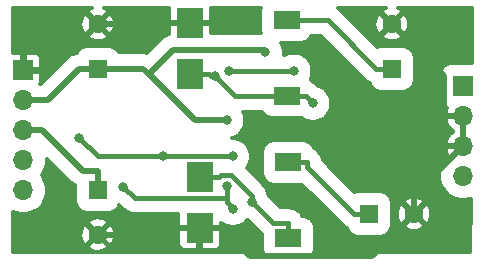
<source format=gbr>
G04 #@! TF.GenerationSoftware,KiCad,Pcbnew,(5.1.9)-1*
G04 #@! TF.CreationDate,2021-04-15T17:27:27+03:00*
G04 #@! TF.ProjectId,Cbc_power_supply_module,4362635f-706f-4776-9572-5f737570706c,rev?*
G04 #@! TF.SameCoordinates,Original*
G04 #@! TF.FileFunction,Copper,L1,Top*
G04 #@! TF.FilePolarity,Positive*
%FSLAX46Y46*%
G04 Gerber Fmt 4.6, Leading zero omitted, Abs format (unit mm)*
G04 Created by KiCad (PCBNEW (5.1.9)-1) date 2021-04-15 17:27:27*
%MOMM*%
%LPD*%
G01*
G04 APERTURE LIST*
G04 #@! TA.AperFunction,ComponentPad*
%ADD10O,1.700000X1.700000*%
G04 #@! TD*
G04 #@! TA.AperFunction,ComponentPad*
%ADD11R,1.700000X1.700000*%
G04 #@! TD*
G04 #@! TA.AperFunction,SMDPad,CuDef*
%ADD12R,2.200000X1.500000*%
G04 #@! TD*
G04 #@! TA.AperFunction,SMDPad,CuDef*
%ADD13R,2.300000X2.500000*%
G04 #@! TD*
G04 #@! TA.AperFunction,ComponentPad*
%ADD14C,1.600000*%
G04 #@! TD*
G04 #@! TA.AperFunction,ComponentPad*
%ADD15R,1.600000X1.600000*%
G04 #@! TD*
G04 #@! TA.AperFunction,ViaPad*
%ADD16C,0.800000*%
G04 #@! TD*
G04 #@! TA.AperFunction,Conductor*
%ADD17C,0.500000*%
G04 #@! TD*
G04 #@! TA.AperFunction,Conductor*
%ADD18C,0.400000*%
G04 #@! TD*
G04 #@! TA.AperFunction,Conductor*
%ADD19C,0.300000*%
G04 #@! TD*
G04 #@! TA.AperFunction,Conductor*
%ADD20C,0.100000*%
G04 #@! TD*
G04 APERTURE END LIST*
D10*
X240474000Y-39560500D03*
X240474000Y-37020500D03*
X240474000Y-34480500D03*
D11*
X240474000Y-31940500D03*
D12*
X225552000Y-26366000D03*
X225552000Y-32766000D03*
D10*
X203264000Y-40767000D03*
X203264000Y-38227000D03*
X203264000Y-35687000D03*
X203264000Y-33147000D03*
D11*
X203264000Y-30607000D03*
D12*
X225679000Y-38392500D03*
X225679000Y-44792500D03*
D13*
X217360000Y-26606500D03*
X217360000Y-30906500D03*
X218186000Y-43933000D03*
X218186000Y-39633000D03*
D14*
X234442000Y-26680000D03*
D15*
X234442000Y-30480000D03*
D14*
X236337000Y-42735500D03*
D15*
X232537000Y-42735500D03*
D14*
X209550000Y-26680000D03*
D15*
X209550000Y-30480000D03*
D14*
X209550000Y-44503500D03*
D15*
X209550000Y-40703500D03*
D16*
X223747600Y-29080600D03*
X220492400Y-34830100D03*
X220634900Y-30656300D03*
X226180900Y-30656300D03*
X207950600Y-36283500D03*
X220965300Y-37882700D03*
X215115300Y-37882700D03*
X222580400Y-41779100D03*
X219472300Y-31061000D03*
X227773500Y-33387100D03*
X211723900Y-40440400D03*
X220463600Y-40413400D03*
X220995800Y-42302600D03*
D17*
X218186000Y-43933000D02*
X216285700Y-43933000D01*
X209550000Y-44503500D02*
X215715200Y-44503500D01*
X215715200Y-44503500D02*
X216285700Y-43933000D01*
X217360000Y-26606500D02*
X215459700Y-26606500D01*
X209550000Y-26680000D02*
X215386200Y-26680000D01*
X215386200Y-26680000D02*
X215459700Y-26606500D01*
X240474000Y-34480500D02*
X238873700Y-34480500D01*
X234442000Y-26680000D02*
X238873700Y-31111700D01*
X238873700Y-31111700D02*
X238873700Y-34480500D01*
X218186000Y-43933000D02*
X220086300Y-43933000D01*
X220086300Y-43933000D02*
X222446200Y-46292900D01*
X222446200Y-46292900D02*
X232779600Y-46292900D01*
X232779600Y-46292900D02*
X236337000Y-42735500D01*
X236337000Y-42735500D02*
X236337000Y-41157500D01*
X236337000Y-41157500D02*
X240474000Y-37020500D01*
X209550000Y-40703500D02*
X209550000Y-39153200D01*
X203264000Y-35687000D02*
X204864300Y-35687000D01*
X204864300Y-35687000D02*
X208330500Y-39153200D01*
X208330500Y-39153200D02*
X209550000Y-39153200D01*
X213864000Y-30918700D02*
X217775400Y-34830100D01*
X217775400Y-34830100D02*
X220492400Y-34830100D01*
X211100300Y-30480000D02*
X213425300Y-30480000D01*
X213425300Y-30480000D02*
X213864000Y-30918700D01*
X213864000Y-30918700D02*
X215913400Y-28869300D01*
X215913400Y-28869300D02*
X223536300Y-28869300D01*
X223536300Y-28869300D02*
X223747600Y-29080600D01*
X209550000Y-30480000D02*
X211100300Y-30480000D01*
X208774900Y-30480000D02*
X209550000Y-30480000D01*
X208774900Y-30480000D02*
X207999700Y-30480000D01*
X207999700Y-30480000D02*
X205332700Y-33147000D01*
X205332700Y-33147000D02*
X203264000Y-33147000D01*
D18*
X220634900Y-30656300D02*
X226180900Y-30656300D01*
X225679000Y-38392500D02*
X227279300Y-38392500D01*
X232537000Y-42735500D02*
X231236700Y-42735500D01*
X227279300Y-38392500D02*
X227279300Y-38778100D01*
X227279300Y-38778100D02*
X231236700Y-42735500D01*
X234442000Y-30480000D02*
X233141700Y-30480000D01*
X233141700Y-30480000D02*
X229027700Y-26366000D01*
X229027700Y-26366000D02*
X225552000Y-26366000D01*
X215115300Y-37882700D02*
X209549800Y-37882700D01*
X209549800Y-37882700D02*
X207950600Y-36283500D01*
X220965300Y-37882700D02*
X215115300Y-37882700D01*
X222623000Y-41736500D02*
X222623000Y-41232900D01*
X222623000Y-41232900D02*
X220858900Y-39468800D01*
X220858900Y-39468800D02*
X220000500Y-39468800D01*
X220000500Y-39468800D02*
X219836300Y-39633000D01*
X225679000Y-44792500D02*
X225679000Y-43542200D01*
X222580400Y-41779100D02*
X222623000Y-41736500D01*
X222623000Y-41736500D02*
X224428700Y-43542200D01*
X224428700Y-43542200D02*
X225679000Y-43542200D01*
X218186000Y-39633000D02*
X219836300Y-39633000D01*
X225552000Y-32766000D02*
X223951700Y-32766000D01*
X219472300Y-31061000D02*
X221177300Y-32766000D01*
X221177300Y-32766000D02*
X223951700Y-32766000D01*
X219010300Y-30906500D02*
X219164800Y-31061000D01*
X219164800Y-31061000D02*
X219472300Y-31061000D01*
X217360000Y-30906500D02*
X219010300Y-30906500D01*
X227152300Y-32766000D02*
X227773400Y-33387100D01*
X227773400Y-33387100D02*
X227773500Y-33387100D01*
X225552000Y-32766000D02*
X227152300Y-32766000D01*
X220463600Y-41401700D02*
X220463600Y-40413400D01*
X220463600Y-41401700D02*
X212685200Y-41401700D01*
X212685200Y-41401700D02*
X211723900Y-40440400D01*
X220995800Y-42302600D02*
X220463600Y-41770400D01*
X220463600Y-41770400D02*
X220463600Y-41401700D01*
D19*
X207291920Y-40094519D02*
X207335761Y-40147939D01*
X207548938Y-40322890D01*
X207594436Y-40347209D01*
X207594436Y-41503500D01*
X207616640Y-41728939D01*
X207682398Y-41945715D01*
X207789184Y-42145497D01*
X207932893Y-42320607D01*
X208108003Y-42464316D01*
X208307785Y-42571102D01*
X208524561Y-42636860D01*
X208750000Y-42659064D01*
X210350000Y-42659064D01*
X210575439Y-42636860D01*
X210792215Y-42571102D01*
X210991997Y-42464316D01*
X211167107Y-42320607D01*
X211310816Y-42145497D01*
X211383614Y-42009302D01*
X211683709Y-42309397D01*
X211725987Y-42360913D01*
X211931551Y-42529615D01*
X212166078Y-42654972D01*
X212420554Y-42732167D01*
X212618879Y-42751700D01*
X212618888Y-42751700D01*
X212685199Y-42758231D01*
X212751510Y-42751700D01*
X216375039Y-42751700D01*
X216378000Y-43664500D01*
X216542500Y-43829000D01*
X218082000Y-43829000D01*
X218082000Y-43809000D01*
X218290000Y-43809000D01*
X218290000Y-43829000D01*
X219829500Y-43829000D01*
X219994000Y-43664500D01*
X219994555Y-43493387D01*
X220007732Y-43506564D01*
X220261600Y-43676192D01*
X220543682Y-43793035D01*
X220843138Y-43852600D01*
X221148462Y-43852600D01*
X221447918Y-43793035D01*
X221730000Y-43676192D01*
X221983868Y-43506564D01*
X222199764Y-43290668D01*
X222203842Y-43284565D01*
X222276287Y-43298975D01*
X223423436Y-44446124D01*
X223423436Y-45542500D01*
X223445640Y-45767939D01*
X223507243Y-45971017D01*
X202406500Y-46003680D01*
X202406500Y-45493725D01*
X208706853Y-45493725D01*
X208775173Y-45746894D01*
X209032635Y-45874164D01*
X209309980Y-45948760D01*
X209596547Y-45967815D01*
X209881327Y-45930598D01*
X210153374Y-45838538D01*
X210324827Y-45746894D01*
X210393147Y-45493725D01*
X209550000Y-44650578D01*
X208706853Y-45493725D01*
X202406500Y-45493725D01*
X202406500Y-44550047D01*
X208085685Y-44550047D01*
X208122902Y-44834827D01*
X208214962Y-45106874D01*
X208306606Y-45278327D01*
X208559775Y-45346647D01*
X209402922Y-44503500D01*
X209697078Y-44503500D01*
X210540225Y-45346647D01*
X210793394Y-45278327D01*
X210840516Y-45183000D01*
X216374816Y-45183000D01*
X216387520Y-45311991D01*
X216425146Y-45436024D01*
X216486246Y-45550334D01*
X216568472Y-45650528D01*
X216668666Y-45732754D01*
X216782976Y-45793854D01*
X216907009Y-45831480D01*
X217036000Y-45844184D01*
X217917500Y-45841000D01*
X218082000Y-45676500D01*
X218082000Y-44037000D01*
X218290000Y-44037000D01*
X218290000Y-45676500D01*
X218454500Y-45841000D01*
X219336000Y-45844184D01*
X219464991Y-45831480D01*
X219589024Y-45793854D01*
X219703334Y-45732754D01*
X219803528Y-45650528D01*
X219885754Y-45550334D01*
X219946854Y-45436024D01*
X219984480Y-45311991D01*
X219997184Y-45183000D01*
X219994000Y-44201500D01*
X219829500Y-44037000D01*
X218290000Y-44037000D01*
X218082000Y-44037000D01*
X216542500Y-44037000D01*
X216378000Y-44201500D01*
X216374816Y-45183000D01*
X210840516Y-45183000D01*
X210920664Y-45020865D01*
X210995260Y-44743520D01*
X211014315Y-44456953D01*
X210977098Y-44172173D01*
X210885038Y-43900126D01*
X210793394Y-43728673D01*
X210540225Y-43660353D01*
X209697078Y-44503500D01*
X209402922Y-44503500D01*
X208559775Y-43660353D01*
X208306606Y-43728673D01*
X208179336Y-43986135D01*
X208104740Y-44263480D01*
X208085685Y-44550047D01*
X202406500Y-44550047D01*
X202406500Y-43513275D01*
X208706853Y-43513275D01*
X209550000Y-44356422D01*
X210393147Y-43513275D01*
X210324827Y-43260106D01*
X210067365Y-43132836D01*
X209790020Y-43058240D01*
X209503453Y-43039185D01*
X209218673Y-43076402D01*
X208946626Y-43168462D01*
X208775173Y-43260106D01*
X208706853Y-43513275D01*
X202406500Y-43513275D01*
X202406500Y-42576596D01*
X202680622Y-42690141D01*
X203067017Y-42767000D01*
X203460983Y-42767000D01*
X203847378Y-42690141D01*
X204211355Y-42539377D01*
X204538926Y-42320501D01*
X204817501Y-42041926D01*
X205036377Y-41714355D01*
X205187141Y-41350378D01*
X205264000Y-40963983D01*
X205264000Y-40570017D01*
X205187141Y-40183622D01*
X205036377Y-39819645D01*
X204820792Y-39497000D01*
X205036377Y-39174355D01*
X205187141Y-38810378D01*
X205264000Y-38423983D01*
X205264000Y-38066598D01*
X207291920Y-40094519D01*
G04 #@! TA.AperFunction,Conductor*
D20*
G36*
X207291920Y-40094519D02*
G01*
X207335761Y-40147939D01*
X207548938Y-40322890D01*
X207594436Y-40347209D01*
X207594436Y-41503500D01*
X207616640Y-41728939D01*
X207682398Y-41945715D01*
X207789184Y-42145497D01*
X207932893Y-42320607D01*
X208108003Y-42464316D01*
X208307785Y-42571102D01*
X208524561Y-42636860D01*
X208750000Y-42659064D01*
X210350000Y-42659064D01*
X210575439Y-42636860D01*
X210792215Y-42571102D01*
X210991997Y-42464316D01*
X211167107Y-42320607D01*
X211310816Y-42145497D01*
X211383614Y-42009302D01*
X211683709Y-42309397D01*
X211725987Y-42360913D01*
X211931551Y-42529615D01*
X212166078Y-42654972D01*
X212420554Y-42732167D01*
X212618879Y-42751700D01*
X212618888Y-42751700D01*
X212685199Y-42758231D01*
X212751510Y-42751700D01*
X216375039Y-42751700D01*
X216378000Y-43664500D01*
X216542500Y-43829000D01*
X218082000Y-43829000D01*
X218082000Y-43809000D01*
X218290000Y-43809000D01*
X218290000Y-43829000D01*
X219829500Y-43829000D01*
X219994000Y-43664500D01*
X219994555Y-43493387D01*
X220007732Y-43506564D01*
X220261600Y-43676192D01*
X220543682Y-43793035D01*
X220843138Y-43852600D01*
X221148462Y-43852600D01*
X221447918Y-43793035D01*
X221730000Y-43676192D01*
X221983868Y-43506564D01*
X222199764Y-43290668D01*
X222203842Y-43284565D01*
X222276287Y-43298975D01*
X223423436Y-44446124D01*
X223423436Y-45542500D01*
X223445640Y-45767939D01*
X223507243Y-45971017D01*
X202406500Y-46003680D01*
X202406500Y-45493725D01*
X208706853Y-45493725D01*
X208775173Y-45746894D01*
X209032635Y-45874164D01*
X209309980Y-45948760D01*
X209596547Y-45967815D01*
X209881327Y-45930598D01*
X210153374Y-45838538D01*
X210324827Y-45746894D01*
X210393147Y-45493725D01*
X209550000Y-44650578D01*
X208706853Y-45493725D01*
X202406500Y-45493725D01*
X202406500Y-44550047D01*
X208085685Y-44550047D01*
X208122902Y-44834827D01*
X208214962Y-45106874D01*
X208306606Y-45278327D01*
X208559775Y-45346647D01*
X209402922Y-44503500D01*
X209697078Y-44503500D01*
X210540225Y-45346647D01*
X210793394Y-45278327D01*
X210840516Y-45183000D01*
X216374816Y-45183000D01*
X216387520Y-45311991D01*
X216425146Y-45436024D01*
X216486246Y-45550334D01*
X216568472Y-45650528D01*
X216668666Y-45732754D01*
X216782976Y-45793854D01*
X216907009Y-45831480D01*
X217036000Y-45844184D01*
X217917500Y-45841000D01*
X218082000Y-45676500D01*
X218082000Y-44037000D01*
X218290000Y-44037000D01*
X218290000Y-45676500D01*
X218454500Y-45841000D01*
X219336000Y-45844184D01*
X219464991Y-45831480D01*
X219589024Y-45793854D01*
X219703334Y-45732754D01*
X219803528Y-45650528D01*
X219885754Y-45550334D01*
X219946854Y-45436024D01*
X219984480Y-45311991D01*
X219997184Y-45183000D01*
X219994000Y-44201500D01*
X219829500Y-44037000D01*
X218290000Y-44037000D01*
X218082000Y-44037000D01*
X216542500Y-44037000D01*
X216378000Y-44201500D01*
X216374816Y-45183000D01*
X210840516Y-45183000D01*
X210920664Y-45020865D01*
X210995260Y-44743520D01*
X211014315Y-44456953D01*
X210977098Y-44172173D01*
X210885038Y-43900126D01*
X210793394Y-43728673D01*
X210540225Y-43660353D01*
X209697078Y-44503500D01*
X209402922Y-44503500D01*
X208559775Y-43660353D01*
X208306606Y-43728673D01*
X208179336Y-43986135D01*
X208104740Y-44263480D01*
X208085685Y-44550047D01*
X202406500Y-44550047D01*
X202406500Y-43513275D01*
X208706853Y-43513275D01*
X209550000Y-44356422D01*
X210393147Y-43513275D01*
X210324827Y-43260106D01*
X210067365Y-43132836D01*
X209790020Y-43058240D01*
X209503453Y-43039185D01*
X209218673Y-43076402D01*
X208946626Y-43168462D01*
X208775173Y-43260106D01*
X208706853Y-43513275D01*
X202406500Y-43513275D01*
X202406500Y-42576596D01*
X202680622Y-42690141D01*
X203067017Y-42767000D01*
X203460983Y-42767000D01*
X203847378Y-42690141D01*
X204211355Y-42539377D01*
X204538926Y-42320501D01*
X204817501Y-42041926D01*
X205036377Y-41714355D01*
X205187141Y-41350378D01*
X205264000Y-40963983D01*
X205264000Y-40570017D01*
X205187141Y-40183622D01*
X205036377Y-39819645D01*
X204820792Y-39497000D01*
X205036377Y-39174355D01*
X205187141Y-38810378D01*
X205264000Y-38423983D01*
X205264000Y-38066598D01*
X207291920Y-40094519D01*
G37*
G04 #@! TD.AperFunction*
D19*
X233838626Y-25344962D02*
X233667173Y-25436606D01*
X233598853Y-25689775D01*
X234442000Y-26532922D01*
X235285147Y-25689775D01*
X235216827Y-25436606D01*
X234959365Y-25309336D01*
X234943244Y-25305000D01*
X241258222Y-25305000D01*
X241219853Y-29934936D01*
X239624000Y-29934936D01*
X239398561Y-29957140D01*
X239181785Y-30022898D01*
X238982003Y-30129684D01*
X238806893Y-30273393D01*
X238663184Y-30448503D01*
X238556398Y-30648285D01*
X238490640Y-30865061D01*
X238468436Y-31090500D01*
X238468436Y-32790500D01*
X238490640Y-33015939D01*
X238556398Y-33232715D01*
X238663184Y-33432497D01*
X238806893Y-33607607D01*
X238982003Y-33751316D01*
X239123062Y-33826714D01*
X239064237Y-33945110D01*
X239004381Y-34142439D01*
X239134531Y-34376500D01*
X240370000Y-34376500D01*
X240370000Y-34356500D01*
X240578000Y-34356500D01*
X240578000Y-34376500D01*
X240598000Y-34376500D01*
X240598000Y-34584500D01*
X240578000Y-34584500D01*
X240578000Y-36916500D01*
X240598000Y-36916500D01*
X240598000Y-37124500D01*
X240578000Y-37124500D01*
X240578000Y-37144500D01*
X240370000Y-37144500D01*
X240370000Y-37124500D01*
X239134531Y-37124500D01*
X239004381Y-37358561D01*
X239064237Y-37555890D01*
X239195775Y-37820634D01*
X239291817Y-37945030D01*
X239199074Y-38006999D01*
X238920499Y-38285574D01*
X238701623Y-38613145D01*
X238550859Y-38977122D01*
X238474000Y-39363517D01*
X238474000Y-39757483D01*
X238550859Y-40143878D01*
X238701623Y-40507855D01*
X238920499Y-40835426D01*
X239199074Y-41114001D01*
X239526645Y-41332877D01*
X239890622Y-41483641D01*
X240277017Y-41560500D01*
X240670983Y-41560500D01*
X241057378Y-41483641D01*
X241124376Y-41455890D01*
X241087183Y-45943803D01*
X227852798Y-45964290D01*
X227912360Y-45767939D01*
X227934564Y-45542500D01*
X227934564Y-44042500D01*
X227912360Y-43817061D01*
X227846602Y-43600285D01*
X227739816Y-43400503D01*
X227596107Y-43225393D01*
X227420997Y-43081684D01*
X227221215Y-42974898D01*
X227004439Y-42909140D01*
X226863976Y-42895306D01*
X226806915Y-42788551D01*
X226638213Y-42582987D01*
X226432649Y-42414285D01*
X226198122Y-42288928D01*
X225943646Y-42211733D01*
X225745321Y-42192200D01*
X225679000Y-42185668D01*
X225612679Y-42192200D01*
X224987888Y-42192200D01*
X224034182Y-41238494D01*
X223963207Y-41067146D01*
X223953467Y-40968255D01*
X223876272Y-40713779D01*
X223841140Y-40648051D01*
X223750915Y-40479250D01*
X223624490Y-40325201D01*
X223624487Y-40325198D01*
X223582213Y-40273687D01*
X223530702Y-40231413D01*
X222169581Y-38870293D01*
X222338892Y-38616900D01*
X222455735Y-38334818D01*
X222515300Y-38035362D01*
X222515300Y-37730038D01*
X222497888Y-37642500D01*
X223423436Y-37642500D01*
X223423436Y-39142500D01*
X223445640Y-39367939D01*
X223511398Y-39584715D01*
X223618184Y-39784497D01*
X223761893Y-39959607D01*
X223937003Y-40103316D01*
X224136785Y-40210102D01*
X224353561Y-40275860D01*
X224579000Y-40298064D01*
X226779000Y-40298064D01*
X226880117Y-40288105D01*
X230235209Y-43643197D01*
X230277487Y-43694713D01*
X230329002Y-43736990D01*
X230483050Y-43863415D01*
X230608407Y-43930419D01*
X230664077Y-43960175D01*
X230669398Y-43977715D01*
X230776184Y-44177497D01*
X230919893Y-44352607D01*
X231095003Y-44496316D01*
X231294785Y-44603102D01*
X231511561Y-44668860D01*
X231737000Y-44691064D01*
X233337000Y-44691064D01*
X233562439Y-44668860D01*
X233779215Y-44603102D01*
X233978997Y-44496316D01*
X234154107Y-44352607D01*
X234297816Y-44177497D01*
X234404602Y-43977715D01*
X234470360Y-43760939D01*
X234473828Y-43725725D01*
X235493853Y-43725725D01*
X235562173Y-43978894D01*
X235819635Y-44106164D01*
X236096980Y-44180760D01*
X236383547Y-44199815D01*
X236668327Y-44162598D01*
X236940374Y-44070538D01*
X237111827Y-43978894D01*
X237180147Y-43725725D01*
X236337000Y-42882578D01*
X235493853Y-43725725D01*
X234473828Y-43725725D01*
X234492564Y-43535500D01*
X234492564Y-42782047D01*
X234872685Y-42782047D01*
X234909902Y-43066827D01*
X235001962Y-43338874D01*
X235093606Y-43510327D01*
X235346775Y-43578647D01*
X236189922Y-42735500D01*
X236484078Y-42735500D01*
X237327225Y-43578647D01*
X237580394Y-43510327D01*
X237707664Y-43252865D01*
X237782260Y-42975520D01*
X237801315Y-42688953D01*
X237764098Y-42404173D01*
X237672038Y-42132126D01*
X237580394Y-41960673D01*
X237327225Y-41892353D01*
X236484078Y-42735500D01*
X236189922Y-42735500D01*
X235346775Y-41892353D01*
X235093606Y-41960673D01*
X234966336Y-42218135D01*
X234891740Y-42495480D01*
X234872685Y-42782047D01*
X234492564Y-42782047D01*
X234492564Y-41935500D01*
X234473829Y-41745275D01*
X235493853Y-41745275D01*
X236337000Y-42588422D01*
X237180147Y-41745275D01*
X237111827Y-41492106D01*
X236854365Y-41364836D01*
X236577020Y-41290240D01*
X236290453Y-41271185D01*
X236005673Y-41308402D01*
X235733626Y-41400462D01*
X235562173Y-41492106D01*
X235493853Y-41745275D01*
X234473829Y-41745275D01*
X234470360Y-41710061D01*
X234404602Y-41493285D01*
X234297816Y-41293503D01*
X234154107Y-41118393D01*
X233978997Y-40974684D01*
X233779215Y-40867898D01*
X233562439Y-40802140D01*
X233337000Y-40779936D01*
X231737000Y-40779936D01*
X231511561Y-40802140D01*
X231294785Y-40867898D01*
X231284033Y-40873645D01*
X228617581Y-38207193D01*
X228609767Y-38127854D01*
X228532572Y-37873378D01*
X228407215Y-37638851D01*
X228238513Y-37433287D01*
X228032949Y-37264585D01*
X227820184Y-37150860D01*
X227739816Y-37000503D01*
X227596107Y-36825393D01*
X227420997Y-36681684D01*
X227221215Y-36574898D01*
X227004439Y-36509140D01*
X226779000Y-36486936D01*
X224579000Y-36486936D01*
X224353561Y-36509140D01*
X224136785Y-36574898D01*
X223937003Y-36681684D01*
X223761893Y-36825393D01*
X223618184Y-37000503D01*
X223511398Y-37200285D01*
X223445640Y-37417061D01*
X223423436Y-37642500D01*
X222497888Y-37642500D01*
X222455735Y-37430582D01*
X222338892Y-37148500D01*
X222169264Y-36894632D01*
X221953368Y-36678736D01*
X221699500Y-36509108D01*
X221417418Y-36392265D01*
X221117962Y-36332700D01*
X220883360Y-36332700D01*
X220944518Y-36320535D01*
X221226600Y-36203692D01*
X221480468Y-36034064D01*
X221696364Y-35818168D01*
X221865992Y-35564300D01*
X221982835Y-35282218D01*
X222042400Y-34982762D01*
X222042400Y-34677438D01*
X221982835Y-34377982D01*
X221874318Y-34116000D01*
X223468736Y-34116000D01*
X223491184Y-34157997D01*
X223634893Y-34333107D01*
X223810003Y-34476816D01*
X224009785Y-34583602D01*
X224226561Y-34649360D01*
X224452000Y-34671564D01*
X226652000Y-34671564D01*
X226873290Y-34649769D01*
X227039300Y-34760692D01*
X227321382Y-34877535D01*
X227620838Y-34937100D01*
X227926162Y-34937100D01*
X228225618Y-34877535D01*
X228367992Y-34818561D01*
X239004381Y-34818561D01*
X239064237Y-35015890D01*
X239195775Y-35280634D01*
X239376434Y-35514629D01*
X239599272Y-35708883D01*
X239671852Y-35750500D01*
X239599272Y-35792117D01*
X239376434Y-35986371D01*
X239195775Y-36220366D01*
X239064237Y-36485110D01*
X239004381Y-36682439D01*
X239134531Y-36916500D01*
X240370000Y-36916500D01*
X240370000Y-34584500D01*
X239134531Y-34584500D01*
X239004381Y-34818561D01*
X228367992Y-34818561D01*
X228507700Y-34760692D01*
X228761568Y-34591064D01*
X228977464Y-34375168D01*
X229147092Y-34121300D01*
X229263935Y-33839218D01*
X229323500Y-33539762D01*
X229323500Y-33234438D01*
X229263935Y-32934982D01*
X229147092Y-32652900D01*
X228977464Y-32399032D01*
X228761568Y-32183136D01*
X228507700Y-32013508D01*
X228225618Y-31896665D01*
X228183844Y-31888356D01*
X228153789Y-31858301D01*
X228111513Y-31806787D01*
X227905949Y-31638085D01*
X227693184Y-31524360D01*
X227612816Y-31374003D01*
X227578597Y-31332307D01*
X227671335Y-31108418D01*
X227730900Y-30808962D01*
X227730900Y-30503638D01*
X227671335Y-30204182D01*
X227554492Y-29922100D01*
X227384864Y-29668232D01*
X227168968Y-29452336D01*
X226915100Y-29282708D01*
X226633018Y-29165865D01*
X226333562Y-29106300D01*
X226028238Y-29106300D01*
X225728782Y-29165865D01*
X225446700Y-29282708D01*
X225411392Y-29306300D01*
X225283072Y-29306300D01*
X225297600Y-29233262D01*
X225297600Y-28927938D01*
X225238035Y-28628482D01*
X225121192Y-28346400D01*
X225071189Y-28271564D01*
X226652000Y-28271564D01*
X226877439Y-28249360D01*
X227094215Y-28183602D01*
X227293997Y-28076816D01*
X227469107Y-27933107D01*
X227612816Y-27757997D01*
X227635264Y-27716000D01*
X228468512Y-27716000D01*
X232140209Y-31387697D01*
X232182487Y-31439213D01*
X232354185Y-31580122D01*
X232388051Y-31607915D01*
X232569078Y-31704676D01*
X232574398Y-31722215D01*
X232681184Y-31921997D01*
X232824893Y-32097107D01*
X233000003Y-32240816D01*
X233199785Y-32347602D01*
X233416561Y-32413360D01*
X233642000Y-32435564D01*
X235242000Y-32435564D01*
X235467439Y-32413360D01*
X235684215Y-32347602D01*
X235883997Y-32240816D01*
X236059107Y-32097107D01*
X236202816Y-31921997D01*
X236309602Y-31722215D01*
X236375360Y-31505439D01*
X236397564Y-31280000D01*
X236397564Y-29680000D01*
X236375360Y-29454561D01*
X236309602Y-29237785D01*
X236202816Y-29038003D01*
X236059107Y-28862893D01*
X235883997Y-28719184D01*
X235684215Y-28612398D01*
X235467439Y-28546640D01*
X235242000Y-28524436D01*
X233642000Y-28524436D01*
X233416561Y-28546640D01*
X233199785Y-28612398D01*
X233189033Y-28618145D01*
X232241113Y-27670225D01*
X233598853Y-27670225D01*
X233667173Y-27923394D01*
X233924635Y-28050664D01*
X234201980Y-28125260D01*
X234488547Y-28144315D01*
X234773327Y-28107098D01*
X235045374Y-28015038D01*
X235216827Y-27923394D01*
X235285147Y-27670225D01*
X234442000Y-26827078D01*
X233598853Y-27670225D01*
X232241113Y-27670225D01*
X231297435Y-26726547D01*
X232977685Y-26726547D01*
X233014902Y-27011327D01*
X233106962Y-27283374D01*
X233198606Y-27454827D01*
X233451775Y-27523147D01*
X234294922Y-26680000D01*
X234589078Y-26680000D01*
X235432225Y-27523147D01*
X235685394Y-27454827D01*
X235812664Y-27197365D01*
X235887260Y-26920020D01*
X235906315Y-26633453D01*
X235869098Y-26348673D01*
X235777038Y-26076626D01*
X235685394Y-25905173D01*
X235432225Y-25836853D01*
X234589078Y-26680000D01*
X234294922Y-26680000D01*
X233451775Y-25836853D01*
X233198606Y-25905173D01*
X233071336Y-26162635D01*
X232996740Y-26439980D01*
X232977685Y-26726547D01*
X231297435Y-26726547D01*
X230029191Y-25458303D01*
X229986913Y-25406787D01*
X229862885Y-25305000D01*
X233956718Y-25305000D01*
X233838626Y-25344962D01*
G04 #@! TA.AperFunction,Conductor*
D20*
G36*
X233838626Y-25344962D02*
G01*
X233667173Y-25436606D01*
X233598853Y-25689775D01*
X234442000Y-26532922D01*
X235285147Y-25689775D01*
X235216827Y-25436606D01*
X234959365Y-25309336D01*
X234943244Y-25305000D01*
X241258222Y-25305000D01*
X241219853Y-29934936D01*
X239624000Y-29934936D01*
X239398561Y-29957140D01*
X239181785Y-30022898D01*
X238982003Y-30129684D01*
X238806893Y-30273393D01*
X238663184Y-30448503D01*
X238556398Y-30648285D01*
X238490640Y-30865061D01*
X238468436Y-31090500D01*
X238468436Y-32790500D01*
X238490640Y-33015939D01*
X238556398Y-33232715D01*
X238663184Y-33432497D01*
X238806893Y-33607607D01*
X238982003Y-33751316D01*
X239123062Y-33826714D01*
X239064237Y-33945110D01*
X239004381Y-34142439D01*
X239134531Y-34376500D01*
X240370000Y-34376500D01*
X240370000Y-34356500D01*
X240578000Y-34356500D01*
X240578000Y-34376500D01*
X240598000Y-34376500D01*
X240598000Y-34584500D01*
X240578000Y-34584500D01*
X240578000Y-36916500D01*
X240598000Y-36916500D01*
X240598000Y-37124500D01*
X240578000Y-37124500D01*
X240578000Y-37144500D01*
X240370000Y-37144500D01*
X240370000Y-37124500D01*
X239134531Y-37124500D01*
X239004381Y-37358561D01*
X239064237Y-37555890D01*
X239195775Y-37820634D01*
X239291817Y-37945030D01*
X239199074Y-38006999D01*
X238920499Y-38285574D01*
X238701623Y-38613145D01*
X238550859Y-38977122D01*
X238474000Y-39363517D01*
X238474000Y-39757483D01*
X238550859Y-40143878D01*
X238701623Y-40507855D01*
X238920499Y-40835426D01*
X239199074Y-41114001D01*
X239526645Y-41332877D01*
X239890622Y-41483641D01*
X240277017Y-41560500D01*
X240670983Y-41560500D01*
X241057378Y-41483641D01*
X241124376Y-41455890D01*
X241087183Y-45943803D01*
X227852798Y-45964290D01*
X227912360Y-45767939D01*
X227934564Y-45542500D01*
X227934564Y-44042500D01*
X227912360Y-43817061D01*
X227846602Y-43600285D01*
X227739816Y-43400503D01*
X227596107Y-43225393D01*
X227420997Y-43081684D01*
X227221215Y-42974898D01*
X227004439Y-42909140D01*
X226863976Y-42895306D01*
X226806915Y-42788551D01*
X226638213Y-42582987D01*
X226432649Y-42414285D01*
X226198122Y-42288928D01*
X225943646Y-42211733D01*
X225745321Y-42192200D01*
X225679000Y-42185668D01*
X225612679Y-42192200D01*
X224987888Y-42192200D01*
X224034182Y-41238494D01*
X223963207Y-41067146D01*
X223953467Y-40968255D01*
X223876272Y-40713779D01*
X223841140Y-40648051D01*
X223750915Y-40479250D01*
X223624490Y-40325201D01*
X223624487Y-40325198D01*
X223582213Y-40273687D01*
X223530702Y-40231413D01*
X222169581Y-38870293D01*
X222338892Y-38616900D01*
X222455735Y-38334818D01*
X222515300Y-38035362D01*
X222515300Y-37730038D01*
X222497888Y-37642500D01*
X223423436Y-37642500D01*
X223423436Y-39142500D01*
X223445640Y-39367939D01*
X223511398Y-39584715D01*
X223618184Y-39784497D01*
X223761893Y-39959607D01*
X223937003Y-40103316D01*
X224136785Y-40210102D01*
X224353561Y-40275860D01*
X224579000Y-40298064D01*
X226779000Y-40298064D01*
X226880117Y-40288105D01*
X230235209Y-43643197D01*
X230277487Y-43694713D01*
X230329002Y-43736990D01*
X230483050Y-43863415D01*
X230608407Y-43930419D01*
X230664077Y-43960175D01*
X230669398Y-43977715D01*
X230776184Y-44177497D01*
X230919893Y-44352607D01*
X231095003Y-44496316D01*
X231294785Y-44603102D01*
X231511561Y-44668860D01*
X231737000Y-44691064D01*
X233337000Y-44691064D01*
X233562439Y-44668860D01*
X233779215Y-44603102D01*
X233978997Y-44496316D01*
X234154107Y-44352607D01*
X234297816Y-44177497D01*
X234404602Y-43977715D01*
X234470360Y-43760939D01*
X234473828Y-43725725D01*
X235493853Y-43725725D01*
X235562173Y-43978894D01*
X235819635Y-44106164D01*
X236096980Y-44180760D01*
X236383547Y-44199815D01*
X236668327Y-44162598D01*
X236940374Y-44070538D01*
X237111827Y-43978894D01*
X237180147Y-43725725D01*
X236337000Y-42882578D01*
X235493853Y-43725725D01*
X234473828Y-43725725D01*
X234492564Y-43535500D01*
X234492564Y-42782047D01*
X234872685Y-42782047D01*
X234909902Y-43066827D01*
X235001962Y-43338874D01*
X235093606Y-43510327D01*
X235346775Y-43578647D01*
X236189922Y-42735500D01*
X236484078Y-42735500D01*
X237327225Y-43578647D01*
X237580394Y-43510327D01*
X237707664Y-43252865D01*
X237782260Y-42975520D01*
X237801315Y-42688953D01*
X237764098Y-42404173D01*
X237672038Y-42132126D01*
X237580394Y-41960673D01*
X237327225Y-41892353D01*
X236484078Y-42735500D01*
X236189922Y-42735500D01*
X235346775Y-41892353D01*
X235093606Y-41960673D01*
X234966336Y-42218135D01*
X234891740Y-42495480D01*
X234872685Y-42782047D01*
X234492564Y-42782047D01*
X234492564Y-41935500D01*
X234473829Y-41745275D01*
X235493853Y-41745275D01*
X236337000Y-42588422D01*
X237180147Y-41745275D01*
X237111827Y-41492106D01*
X236854365Y-41364836D01*
X236577020Y-41290240D01*
X236290453Y-41271185D01*
X236005673Y-41308402D01*
X235733626Y-41400462D01*
X235562173Y-41492106D01*
X235493853Y-41745275D01*
X234473829Y-41745275D01*
X234470360Y-41710061D01*
X234404602Y-41493285D01*
X234297816Y-41293503D01*
X234154107Y-41118393D01*
X233978997Y-40974684D01*
X233779215Y-40867898D01*
X233562439Y-40802140D01*
X233337000Y-40779936D01*
X231737000Y-40779936D01*
X231511561Y-40802140D01*
X231294785Y-40867898D01*
X231284033Y-40873645D01*
X228617581Y-38207193D01*
X228609767Y-38127854D01*
X228532572Y-37873378D01*
X228407215Y-37638851D01*
X228238513Y-37433287D01*
X228032949Y-37264585D01*
X227820184Y-37150860D01*
X227739816Y-37000503D01*
X227596107Y-36825393D01*
X227420997Y-36681684D01*
X227221215Y-36574898D01*
X227004439Y-36509140D01*
X226779000Y-36486936D01*
X224579000Y-36486936D01*
X224353561Y-36509140D01*
X224136785Y-36574898D01*
X223937003Y-36681684D01*
X223761893Y-36825393D01*
X223618184Y-37000503D01*
X223511398Y-37200285D01*
X223445640Y-37417061D01*
X223423436Y-37642500D01*
X222497888Y-37642500D01*
X222455735Y-37430582D01*
X222338892Y-37148500D01*
X222169264Y-36894632D01*
X221953368Y-36678736D01*
X221699500Y-36509108D01*
X221417418Y-36392265D01*
X221117962Y-36332700D01*
X220883360Y-36332700D01*
X220944518Y-36320535D01*
X221226600Y-36203692D01*
X221480468Y-36034064D01*
X221696364Y-35818168D01*
X221865992Y-35564300D01*
X221982835Y-35282218D01*
X222042400Y-34982762D01*
X222042400Y-34677438D01*
X221982835Y-34377982D01*
X221874318Y-34116000D01*
X223468736Y-34116000D01*
X223491184Y-34157997D01*
X223634893Y-34333107D01*
X223810003Y-34476816D01*
X224009785Y-34583602D01*
X224226561Y-34649360D01*
X224452000Y-34671564D01*
X226652000Y-34671564D01*
X226873290Y-34649769D01*
X227039300Y-34760692D01*
X227321382Y-34877535D01*
X227620838Y-34937100D01*
X227926162Y-34937100D01*
X228225618Y-34877535D01*
X228367992Y-34818561D01*
X239004381Y-34818561D01*
X239064237Y-35015890D01*
X239195775Y-35280634D01*
X239376434Y-35514629D01*
X239599272Y-35708883D01*
X239671852Y-35750500D01*
X239599272Y-35792117D01*
X239376434Y-35986371D01*
X239195775Y-36220366D01*
X239064237Y-36485110D01*
X239004381Y-36682439D01*
X239134531Y-36916500D01*
X240370000Y-36916500D01*
X240370000Y-34584500D01*
X239134531Y-34584500D01*
X239004381Y-34818561D01*
X228367992Y-34818561D01*
X228507700Y-34760692D01*
X228761568Y-34591064D01*
X228977464Y-34375168D01*
X229147092Y-34121300D01*
X229263935Y-33839218D01*
X229323500Y-33539762D01*
X229323500Y-33234438D01*
X229263935Y-32934982D01*
X229147092Y-32652900D01*
X228977464Y-32399032D01*
X228761568Y-32183136D01*
X228507700Y-32013508D01*
X228225618Y-31896665D01*
X228183844Y-31888356D01*
X228153789Y-31858301D01*
X228111513Y-31806787D01*
X227905949Y-31638085D01*
X227693184Y-31524360D01*
X227612816Y-31374003D01*
X227578597Y-31332307D01*
X227671335Y-31108418D01*
X227730900Y-30808962D01*
X227730900Y-30503638D01*
X227671335Y-30204182D01*
X227554492Y-29922100D01*
X227384864Y-29668232D01*
X227168968Y-29452336D01*
X226915100Y-29282708D01*
X226633018Y-29165865D01*
X226333562Y-29106300D01*
X226028238Y-29106300D01*
X225728782Y-29165865D01*
X225446700Y-29282708D01*
X225411392Y-29306300D01*
X225283072Y-29306300D01*
X225297600Y-29233262D01*
X225297600Y-28927938D01*
X225238035Y-28628482D01*
X225121192Y-28346400D01*
X225071189Y-28271564D01*
X226652000Y-28271564D01*
X226877439Y-28249360D01*
X227094215Y-28183602D01*
X227293997Y-28076816D01*
X227469107Y-27933107D01*
X227612816Y-27757997D01*
X227635264Y-27716000D01*
X228468512Y-27716000D01*
X232140209Y-31387697D01*
X232182487Y-31439213D01*
X232354185Y-31580122D01*
X232388051Y-31607915D01*
X232569078Y-31704676D01*
X232574398Y-31722215D01*
X232681184Y-31921997D01*
X232824893Y-32097107D01*
X233000003Y-32240816D01*
X233199785Y-32347602D01*
X233416561Y-32413360D01*
X233642000Y-32435564D01*
X235242000Y-32435564D01*
X235467439Y-32413360D01*
X235684215Y-32347602D01*
X235883997Y-32240816D01*
X236059107Y-32097107D01*
X236202816Y-31921997D01*
X236309602Y-31722215D01*
X236375360Y-31505439D01*
X236397564Y-31280000D01*
X236397564Y-29680000D01*
X236375360Y-29454561D01*
X236309602Y-29237785D01*
X236202816Y-29038003D01*
X236059107Y-28862893D01*
X235883997Y-28719184D01*
X235684215Y-28612398D01*
X235467439Y-28546640D01*
X235242000Y-28524436D01*
X233642000Y-28524436D01*
X233416561Y-28546640D01*
X233199785Y-28612398D01*
X233189033Y-28618145D01*
X232241113Y-27670225D01*
X233598853Y-27670225D01*
X233667173Y-27923394D01*
X233924635Y-28050664D01*
X234201980Y-28125260D01*
X234488547Y-28144315D01*
X234773327Y-28107098D01*
X235045374Y-28015038D01*
X235216827Y-27923394D01*
X235285147Y-27670225D01*
X234442000Y-26827078D01*
X233598853Y-27670225D01*
X232241113Y-27670225D01*
X231297435Y-26726547D01*
X232977685Y-26726547D01*
X233014902Y-27011327D01*
X233106962Y-27283374D01*
X233198606Y-27454827D01*
X233451775Y-27523147D01*
X234294922Y-26680000D01*
X234589078Y-26680000D01*
X235432225Y-27523147D01*
X235685394Y-27454827D01*
X235812664Y-27197365D01*
X235887260Y-26920020D01*
X235906315Y-26633453D01*
X235869098Y-26348673D01*
X235777038Y-26076626D01*
X235685394Y-25905173D01*
X235432225Y-25836853D01*
X234589078Y-26680000D01*
X234294922Y-26680000D01*
X233451775Y-25836853D01*
X233198606Y-25905173D01*
X233071336Y-26162635D01*
X232996740Y-26439980D01*
X232977685Y-26726547D01*
X231297435Y-26726547D01*
X230029191Y-25458303D01*
X229986913Y-25406787D01*
X229862885Y-25305000D01*
X233956718Y-25305000D01*
X233838626Y-25344962D01*
G37*
G04 #@! TD.AperFunction*
D19*
X208946626Y-25344962D02*
X208775173Y-25436606D01*
X208706853Y-25689775D01*
X209550000Y-26532922D01*
X210393147Y-25689775D01*
X210324827Y-25436606D01*
X210067365Y-25309336D01*
X210051244Y-25305000D01*
X215553888Y-25305000D01*
X215548816Y-25356500D01*
X215552000Y-26338000D01*
X215716500Y-26502500D01*
X217256000Y-26502500D01*
X217256000Y-26482500D01*
X217464000Y-26482500D01*
X217464000Y-26502500D01*
X219003500Y-26502500D01*
X219168000Y-26338000D01*
X219171184Y-25356500D01*
X219166112Y-25305000D01*
X223344595Y-25305000D01*
X223318640Y-25390561D01*
X223296436Y-25616000D01*
X223296436Y-27116000D01*
X223318640Y-27341439D01*
X223357426Y-27469300D01*
X219169928Y-27469300D01*
X219168000Y-26875000D01*
X219003500Y-26710500D01*
X217464000Y-26710500D01*
X217464000Y-26730500D01*
X217256000Y-26730500D01*
X217256000Y-26710500D01*
X215716500Y-26710500D01*
X215552000Y-26875000D01*
X215549919Y-27516565D01*
X215375051Y-27569610D01*
X215131838Y-27699610D01*
X214918661Y-27874561D01*
X214874820Y-27927981D01*
X213701894Y-29100908D01*
X213699748Y-29100257D01*
X213494077Y-29080000D01*
X213494069Y-29080000D01*
X213425300Y-29073227D01*
X213356531Y-29080000D01*
X211333264Y-29080000D01*
X211310816Y-29038003D01*
X211167107Y-28862893D01*
X210991997Y-28719184D01*
X210792215Y-28612398D01*
X210575439Y-28546640D01*
X210350000Y-28524436D01*
X208750000Y-28524436D01*
X208524561Y-28546640D01*
X208307785Y-28612398D01*
X208108003Y-28719184D01*
X207932893Y-28862893D01*
X207789184Y-29038003D01*
X207757612Y-29097070D01*
X207725252Y-29100257D01*
X207461350Y-29180310D01*
X207410957Y-29207246D01*
X207218138Y-29310310D01*
X207004961Y-29485261D01*
X206961120Y-29538681D01*
X204752802Y-31747000D01*
X204705090Y-31747000D01*
X204724854Y-31710024D01*
X204762480Y-31585991D01*
X204775184Y-31457000D01*
X204772000Y-30875500D01*
X204607500Y-30711000D01*
X203368000Y-30711000D01*
X203368000Y-30731000D01*
X203160000Y-30731000D01*
X203160000Y-30711000D01*
X203140000Y-30711000D01*
X203140000Y-30503000D01*
X203160000Y-30503000D01*
X203160000Y-29263500D01*
X203368000Y-29263500D01*
X203368000Y-30503000D01*
X204607500Y-30503000D01*
X204772000Y-30338500D01*
X204775184Y-29757000D01*
X204762480Y-29628009D01*
X204724854Y-29503976D01*
X204663754Y-29389666D01*
X204581528Y-29289472D01*
X204481334Y-29207246D01*
X204367024Y-29146146D01*
X204242991Y-29108520D01*
X204114000Y-29095816D01*
X203532500Y-29099000D01*
X203368000Y-29263500D01*
X203160000Y-29263500D01*
X202995500Y-29099000D01*
X202414000Y-29095816D01*
X202406500Y-29096555D01*
X202406500Y-27670225D01*
X208706853Y-27670225D01*
X208775173Y-27923394D01*
X209032635Y-28050664D01*
X209309980Y-28125260D01*
X209596547Y-28144315D01*
X209881327Y-28107098D01*
X210153374Y-28015038D01*
X210324827Y-27923394D01*
X210393147Y-27670225D01*
X209550000Y-26827078D01*
X208706853Y-27670225D01*
X202406500Y-27670225D01*
X202406500Y-26726547D01*
X208085685Y-26726547D01*
X208122902Y-27011327D01*
X208214962Y-27283374D01*
X208306606Y-27454827D01*
X208559775Y-27523147D01*
X209402922Y-26680000D01*
X209697078Y-26680000D01*
X210540225Y-27523147D01*
X210793394Y-27454827D01*
X210920664Y-27197365D01*
X210995260Y-26920020D01*
X211014315Y-26633453D01*
X210977098Y-26348673D01*
X210885038Y-26076626D01*
X210793394Y-25905173D01*
X210540225Y-25836853D01*
X209697078Y-26680000D01*
X209402922Y-26680000D01*
X208559775Y-25836853D01*
X208306606Y-25905173D01*
X208179336Y-26162635D01*
X208104740Y-26439980D01*
X208085685Y-26726547D01*
X202406500Y-26726547D01*
X202406500Y-25305000D01*
X209064718Y-25305000D01*
X208946626Y-25344962D01*
G04 #@! TA.AperFunction,Conductor*
D20*
G36*
X208946626Y-25344962D02*
G01*
X208775173Y-25436606D01*
X208706853Y-25689775D01*
X209550000Y-26532922D01*
X210393147Y-25689775D01*
X210324827Y-25436606D01*
X210067365Y-25309336D01*
X210051244Y-25305000D01*
X215553888Y-25305000D01*
X215548816Y-25356500D01*
X215552000Y-26338000D01*
X215716500Y-26502500D01*
X217256000Y-26502500D01*
X217256000Y-26482500D01*
X217464000Y-26482500D01*
X217464000Y-26502500D01*
X219003500Y-26502500D01*
X219168000Y-26338000D01*
X219171184Y-25356500D01*
X219166112Y-25305000D01*
X223344595Y-25305000D01*
X223318640Y-25390561D01*
X223296436Y-25616000D01*
X223296436Y-27116000D01*
X223318640Y-27341439D01*
X223357426Y-27469300D01*
X219169928Y-27469300D01*
X219168000Y-26875000D01*
X219003500Y-26710500D01*
X217464000Y-26710500D01*
X217464000Y-26730500D01*
X217256000Y-26730500D01*
X217256000Y-26710500D01*
X215716500Y-26710500D01*
X215552000Y-26875000D01*
X215549919Y-27516565D01*
X215375051Y-27569610D01*
X215131838Y-27699610D01*
X214918661Y-27874561D01*
X214874820Y-27927981D01*
X213701894Y-29100908D01*
X213699748Y-29100257D01*
X213494077Y-29080000D01*
X213494069Y-29080000D01*
X213425300Y-29073227D01*
X213356531Y-29080000D01*
X211333264Y-29080000D01*
X211310816Y-29038003D01*
X211167107Y-28862893D01*
X210991997Y-28719184D01*
X210792215Y-28612398D01*
X210575439Y-28546640D01*
X210350000Y-28524436D01*
X208750000Y-28524436D01*
X208524561Y-28546640D01*
X208307785Y-28612398D01*
X208108003Y-28719184D01*
X207932893Y-28862893D01*
X207789184Y-29038003D01*
X207757612Y-29097070D01*
X207725252Y-29100257D01*
X207461350Y-29180310D01*
X207410957Y-29207246D01*
X207218138Y-29310310D01*
X207004961Y-29485261D01*
X206961120Y-29538681D01*
X204752802Y-31747000D01*
X204705090Y-31747000D01*
X204724854Y-31710024D01*
X204762480Y-31585991D01*
X204775184Y-31457000D01*
X204772000Y-30875500D01*
X204607500Y-30711000D01*
X203368000Y-30711000D01*
X203368000Y-30731000D01*
X203160000Y-30731000D01*
X203160000Y-30711000D01*
X203140000Y-30711000D01*
X203140000Y-30503000D01*
X203160000Y-30503000D01*
X203160000Y-29263500D01*
X203368000Y-29263500D01*
X203368000Y-30503000D01*
X204607500Y-30503000D01*
X204772000Y-30338500D01*
X204775184Y-29757000D01*
X204762480Y-29628009D01*
X204724854Y-29503976D01*
X204663754Y-29389666D01*
X204581528Y-29289472D01*
X204481334Y-29207246D01*
X204367024Y-29146146D01*
X204242991Y-29108520D01*
X204114000Y-29095816D01*
X203532500Y-29099000D01*
X203368000Y-29263500D01*
X203160000Y-29263500D01*
X202995500Y-29099000D01*
X202414000Y-29095816D01*
X202406500Y-29096555D01*
X202406500Y-27670225D01*
X208706853Y-27670225D01*
X208775173Y-27923394D01*
X209032635Y-28050664D01*
X209309980Y-28125260D01*
X209596547Y-28144315D01*
X209881327Y-28107098D01*
X210153374Y-28015038D01*
X210324827Y-27923394D01*
X210393147Y-27670225D01*
X209550000Y-26827078D01*
X208706853Y-27670225D01*
X202406500Y-27670225D01*
X202406500Y-26726547D01*
X208085685Y-26726547D01*
X208122902Y-27011327D01*
X208214962Y-27283374D01*
X208306606Y-27454827D01*
X208559775Y-27523147D01*
X209402922Y-26680000D01*
X209697078Y-26680000D01*
X210540225Y-27523147D01*
X210793394Y-27454827D01*
X210920664Y-27197365D01*
X210995260Y-26920020D01*
X211014315Y-26633453D01*
X210977098Y-26348673D01*
X210885038Y-26076626D01*
X210793394Y-25905173D01*
X210540225Y-25836853D01*
X209697078Y-26680000D01*
X209402922Y-26680000D01*
X208559775Y-25836853D01*
X208306606Y-25905173D01*
X208179336Y-26162635D01*
X208104740Y-26439980D01*
X208085685Y-26726547D01*
X202406500Y-26726547D01*
X202406500Y-25305000D01*
X209064718Y-25305000D01*
X208946626Y-25344962D01*
G37*
G04 #@! TD.AperFunction*
M02*

</source>
